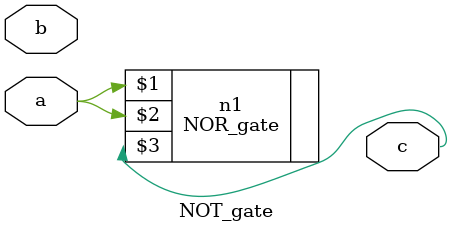
<source format=v>
`include "NOR.v"
module NOT_gate(a, b, c);
input a, b;
output c;

NOR_gate n1(a, a, c);


endmodule
</source>
